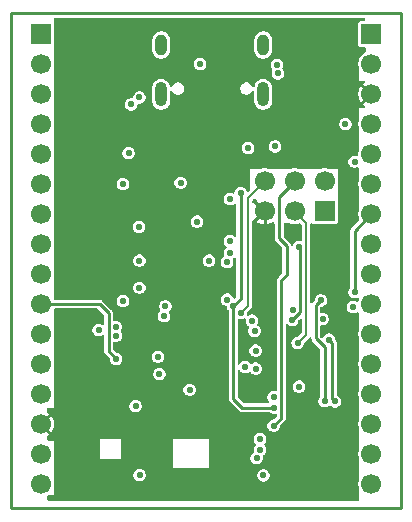
<source format=gbr>
%TF.GenerationSoftware,KiCad,Pcbnew,9.0.4*%
%TF.CreationDate,2025-09-11T17:12:04+01:00*%
%TF.ProjectId,OE PyBoard,4f452050-7942-46f6-9172-642e6b696361,rev?*%
%TF.SameCoordinates,Original*%
%TF.FileFunction,Copper,L2,Inr*%
%TF.FilePolarity,Positive*%
%FSLAX46Y46*%
G04 Gerber Fmt 4.6, Leading zero omitted, Abs format (unit mm)*
G04 Created by KiCad (PCBNEW 9.0.4) date 2025-09-11 17:12:04*
%MOMM*%
%LPD*%
G01*
G04 APERTURE LIST*
%TA.AperFunction,ComponentPad*%
%ADD10C,1.700000*%
%TD*%
%TA.AperFunction,ComponentPad*%
%ADD11R,1.700000X1.700000*%
%TD*%
%TA.AperFunction,HeatsinkPad*%
%ADD12O,1.000000X1.800000*%
%TD*%
%TA.AperFunction,HeatsinkPad*%
%ADD13O,1.000000X2.100000*%
%TD*%
%TA.AperFunction,ViaPad*%
%ADD14C,0.550000*%
%TD*%
%TA.AperFunction,Conductor*%
%ADD15C,0.230000*%
%TD*%
%TA.AperFunction,Conductor*%
%ADD16C,0.220000*%
%TD*%
%TA.AperFunction,Conductor*%
%ADD17C,0.210000*%
%TD*%
%TA.AperFunction,Profile*%
%ADD18C,0.230000*%
%TD*%
G04 APERTURE END LIST*
D10*
%TO.N,/PA0-X1*%
%TO.C,J7*%
X156210000Y-134112000D03*
%TO.N,/PA1-X2*%
X156210000Y-131572000D03*
%TO.N,/PA2-X3*%
X156210000Y-129032000D03*
%TO.N,/PA3-X4*%
X156210000Y-126492000D03*
%TO.N,/PA4-X5*%
X156210000Y-123952000D03*
%TO.N,/PA5-X6*%
X156210000Y-121412000D03*
%TO.N,/PA6-X7*%
X156210000Y-118872000D03*
%TO.N,/PA7-X8*%
X156210000Y-116332000D03*
%TO.N,/PB10-Y9*%
X156210000Y-113792000D03*
%TO.N,/PB11-Y10*%
X156210000Y-111252000D03*
%TO.N,/PB0-Y11*%
X156210000Y-108712000D03*
%TO.N,/PB1-Y12*%
X156210000Y-106172000D03*
%TO.N,/RST-SW*%
X156210000Y-103632000D03*
%TO.N,GND*%
X156210000Y-101092000D03*
%TO.N,+3V3*%
X156210000Y-98552000D03*
D11*
%TO.N,V+*%
X156210000Y-96012000D03*
%TD*%
D10*
%TO.N,V+*%
%TO.C,J6*%
X128270000Y-134112000D03*
%TO.N,+3V3*%
X128270000Y-131572000D03*
%TO.N,GND*%
X128270000Y-129032000D03*
%TO.N,/RST-SW*%
X128270000Y-126492000D03*
%TO.N,/PC5-X12*%
X128270000Y-123952000D03*
%TO.N,/PC4-X11*%
X128270000Y-121412000D03*
%TO.N,/PB7-SDA-X10*%
X128270000Y-118872000D03*
%TO.N,/PB6-SCL-X9*%
X128270000Y-116332000D03*
%TO.N,/PB15-Y8*%
X128270000Y-113792000D03*
%TO.N,/PB14-Y7*%
X128270000Y-111252000D03*
%TO.N,/PB13-Y6*%
X128270000Y-108712000D03*
%TO.N,/PB12-Y5*%
X128270000Y-106172000D03*
%TO.N,/PB9-Y4*%
X128270000Y-103632000D03*
%TO.N,/PB8-Y3*%
X128270000Y-101092000D03*
%TO.N,/PC7-Y2*%
X128270000Y-98552000D03*
D11*
%TO.N,/PC6-Y1*%
X128270000Y-96012000D03*
%TD*%
D10*
%TO.N,/PA15-JTDI*%
%TO.C,J4*%
X147178000Y-108478000D03*
%TO.N,GND*%
X147178000Y-111018000D03*
%TO.N,/PB6-JTDO*%
X149718000Y-108478000D03*
%TO.N,/PB4-NJTRST*%
X149718000Y-111018000D03*
%TO.N,/PA14-JTCK*%
X152258000Y-108478000D03*
D11*
%TO.N,+3V3*%
X152258000Y-111018000D03*
%TD*%
D12*
%TO.N,Net-(J3-SHIELD)*%
%TO.C,J3*%
X138428000Y-96931000D03*
D13*
X138428000Y-101111000D03*
D12*
X147068000Y-96931000D03*
D13*
X147068000Y-101111000D03*
%TD*%
D14*
%TO.N,GND*%
X143408400Y-105714800D03*
X143713200Y-98602800D03*
X129844800Y-97688400D03*
X135939803Y-102980065D03*
X132334000Y-107950000D03*
X154889200Y-130454400D03*
X151384000Y-116179600D03*
%TO.N,VBUS*%
X148219742Y-98615491D03*
%TO.N,/PB12-Y5*%
X144272000Y-109980000D03*
%TO.N,/PB14-Y7*%
X144272000Y-114552000D03*
%TO.N,/PB1-Y12*%
X145796000Y-105664000D03*
X146125000Y-120267000D03*
%TO.N,/PB9-Y4*%
X135678000Y-106085000D03*
X138277600Y-124788025D03*
%TO.N,/PA0-X1*%
X146509481Y-131902481D03*
%TO.N,/PB13-Y6*%
X144272000Y-113536000D03*
%TO.N,/PB7-SDA-X10*%
X134620000Y-123507000D03*
%TO.N,/PB11-Y10*%
X154813000Y-117856000D03*
X149569961Y-119320493D03*
%TO.N,/PA1-X2*%
X146812000Y-131189000D03*
%TO.N,/PA4-X5*%
X146431000Y-124331000D03*
%TO.N,/PC4-X11*%
X146431000Y-122807000D03*
%TO.N,/PC6-Y1*%
X144018000Y-115314000D03*
%TO.N,/PB15-Y8*%
X144018000Y-118489000D03*
%TO.N,/PA2-X3*%
X146812000Y-130300000D03*
%TO.N,/PB0-Y11*%
X154686000Y-119126000D03*
X146335750Y-121124250D03*
%TO.N,/VDDA*%
X148082000Y-105509000D03*
X147955000Y-126746000D03*
%TO.N,/PB6-SCL-X9*%
X133139431Y-121061573D03*
%TO.N,/PC5-X12*%
X145542000Y-124206000D03*
%TO.N,/RST-SW*%
X154809563Y-106807000D03*
X140081000Y-108585000D03*
X140843000Y-126111000D03*
X135199832Y-108712000D03*
%TO.N,/PB8-Y3*%
X136593022Y-101364106D03*
X138176000Y-123317000D03*
%TO.N,/PC7-Y2*%
X141732000Y-98552000D03*
X142494000Y-115187000D03*
%TO.N,/PB10-Y9*%
X149527885Y-120228716D03*
X150114000Y-114046000D03*
%TO.N,GND*%
X131960510Y-121062966D03*
X141732000Y-96647000D03*
X146558000Y-125424534D03*
X139827000Y-123317000D03*
X129794000Y-112014000D03*
X135509000Y-107569000D03*
X149553234Y-112839991D03*
X137718800Y-130911600D03*
X154482800Y-127254000D03*
X147624800Y-134518400D03*
X140081000Y-103124000D03*
X130500000Y-128250000D03*
X150215600Y-102717600D03*
X143499446Y-107500000D03*
X131318000Y-95123000D03*
X129794000Y-104902000D03*
X149225000Y-127000000D03*
X144974638Y-108710383D03*
X145288000Y-120904000D03*
X151250000Y-127075000D03*
X140081000Y-121158000D03*
X146431000Y-118872000D03*
X132969000Y-113030000D03*
X141097000Y-107823000D03*
X153416000Y-112649000D03*
X153162000Y-107061000D03*
X151647912Y-104421942D03*
X143891000Y-111887000D03*
X141478000Y-110871000D03*
X136500000Y-111000000D03*
X129794000Y-117983000D03*
X132069548Y-124458000D03*
X151511000Y-125730000D03*
X146939000Y-103251000D03*
X134315200Y-96875600D03*
X154736800Y-123342400D03*
X153354000Y-117500400D03*
X143002000Y-125730000D03*
X135890000Y-114427000D03*
X138684000Y-107315000D03*
X139077797Y-130940660D03*
X139430000Y-110570799D03*
X135509000Y-116459000D03*
X151028681Y-122263533D03*
X154736800Y-125577600D03*
X130454400Y-134569200D03*
X149250000Y-100000000D03*
X131500000Y-130000000D03*
X135255000Y-119634000D03*
X144510583Y-95235447D03*
X135001000Y-100584000D03*
X130048000Y-125250000D03*
X142798800Y-132559777D03*
X146939000Y-128397000D03*
X134747000Y-125222000D03*
X129921000Y-102362000D03*
X130454400Y-132232400D03*
X145161000Y-132588000D03*
X142240000Y-129284000D03*
X140081000Y-105410000D03*
X138557000Y-125730000D03*
X132334000Y-100584000D03*
X130302000Y-114681000D03*
X137287000Y-128522000D03*
X139903200Y-134366000D03*
X154686000Y-134620000D03*
X141732000Y-120777000D03*
X149453600Y-95402400D03*
%TO.N,+3V3*%
X136271000Y-127506000D03*
X136548720Y-112312720D03*
X150114000Y-125855000D03*
X135199832Y-118616000D03*
X152096000Y-120142000D03*
X136601200Y-133348000D03*
X154025600Y-103632000D03*
X141478000Y-111885000D03*
X136588500Y-117475000D03*
X147079000Y-133361000D03*
X136588500Y-115187000D03*
%TO.N,VBUS*%
X148303066Y-99334043D03*
%TO.N,/PA14-JTCK*%
X144529617Y-119049000D03*
X138780000Y-119049000D03*
X147955000Y-127635000D03*
X145161000Y-109474000D03*
%TO.N,/PB6-JTDO*%
X147955000Y-129159000D03*
%TO.N,/PB4-NJTRST*%
X152643999Y-121869757D03*
X149987000Y-122174000D03*
X153142500Y-127107500D03*
X134620000Y-121537000D03*
%TO.N,/PA15-JTDI*%
X152273000Y-127075000D03*
X145161000Y-119634000D03*
X151943988Y-118547201D03*
X138684000Y-119888000D03*
%TO.N,/PB3-SW1*%
X134570000Y-120788666D03*
X135890000Y-101949106D03*
%TD*%
D15*
%TO.N,GND*%
X147178000Y-112329200D02*
X147218400Y-112369600D01*
X147178000Y-111018000D02*
X147178000Y-112329200D01*
D16*
%TO.N,/PB7-SDA-X10*%
X134620000Y-123507000D02*
X133985000Y-122872000D01*
X133985000Y-119634000D02*
X133221000Y-118870000D01*
X133221000Y-118870000D02*
X128270000Y-118870000D01*
X133985000Y-122872000D02*
X133985000Y-119634000D01*
D15*
%TO.N,/PB11-Y10*%
X154813000Y-112647000D02*
X156210000Y-111250000D01*
X154813000Y-117856000D02*
X154813000Y-112647000D01*
D16*
%TO.N,/PB10-Y9*%
X149527885Y-120228716D02*
X150122601Y-119634000D01*
X150122601Y-119634000D02*
X150122601Y-119596583D01*
X150155961Y-119563223D02*
X150155961Y-114087961D01*
X150155961Y-114087961D02*
X150114000Y-114046000D01*
X150122601Y-119596583D02*
X150155961Y-119563223D01*
D15*
%TO.N,/PA14-JTCK*%
X144526000Y-126873000D02*
X145288000Y-127635000D01*
X144526000Y-119684000D02*
X144526000Y-126873000D01*
X145288000Y-127635000D02*
X147955000Y-127635000D01*
X145161000Y-118417617D02*
X144529617Y-119049000D01*
X145161000Y-109474000D02*
X145161000Y-118417617D01*
X144529617Y-119680383D02*
X144526000Y-119684000D01*
X144529617Y-119049000D02*
X144529617Y-119680383D01*
%TO.N,/PB6-JTDO*%
X148425064Y-113291064D02*
X148425064Y-109770936D01*
X148590000Y-128524000D02*
X148590000Y-116840000D01*
X147955000Y-129159000D02*
X148590000Y-128524000D01*
X148425064Y-109770936D02*
X149718000Y-108478000D01*
X148590000Y-116840000D02*
X149053000Y-116377000D01*
X149053000Y-113919000D02*
X148425064Y-113291064D01*
X149053000Y-116377000D02*
X149053000Y-113919000D01*
D17*
%TO.N,/PB4-NJTRST*%
X150695000Y-111995000D02*
X149718000Y-111018000D01*
X149987000Y-122174000D02*
X150695000Y-121466000D01*
D15*
X152908000Y-122133758D02*
X152908000Y-126873000D01*
D17*
X150695000Y-121466000D02*
X150695000Y-111995000D01*
D15*
X152643999Y-121869757D02*
X152908000Y-122133758D01*
X152908000Y-126873000D02*
X153142500Y-127107500D01*
D17*
%TO.N,/PA15-JTDI*%
X145161000Y-119634000D02*
X145792000Y-119003000D01*
D16*
X151511000Y-118980189D02*
X151943988Y-118547201D01*
X152273000Y-122523000D02*
X151511000Y-121761000D01*
X152273000Y-127075000D02*
X152273000Y-122523000D01*
D17*
X145792000Y-119003000D02*
X145792000Y-109864000D01*
X145792000Y-109864000D02*
X147178000Y-108478000D01*
D16*
X151511000Y-121761000D02*
X151511000Y-118980189D01*
%TD*%
%TA.AperFunction,Conductor*%
%TO.N,GND*%
G36*
X146777901Y-111325007D02*
G01*
X146870993Y-111418099D01*
X146924045Y-111448729D01*
X146492874Y-111879901D01*
X146601474Y-111958802D01*
X146755751Y-112037411D01*
X146920411Y-112090913D01*
X147091428Y-112118000D01*
X147264572Y-112118000D01*
X147435588Y-112090913D01*
X147600248Y-112037411D01*
X147754529Y-111958801D01*
X147807332Y-111920438D01*
X147871400Y-111899621D01*
X147935469Y-111920438D01*
X147961027Y-111946588D01*
X147980400Y-111974578D01*
X147980400Y-112014000D01*
X148007684Y-112014000D01*
X148040191Y-112060967D01*
X148044798Y-112076336D01*
X148054229Y-112089317D01*
X148059564Y-112123000D01*
X148059564Y-113339182D01*
X148084471Y-113432141D01*
X148132589Y-113515483D01*
X148132591Y-113515486D01*
X148655576Y-114038471D01*
X148686158Y-114098493D01*
X148687500Y-114115544D01*
X148687500Y-116180455D01*
X148666683Y-116244524D01*
X148655575Y-116257530D01*
X148365578Y-116547527D01*
X148365577Y-116547526D01*
X148297526Y-116615578D01*
X148249407Y-116698922D01*
X148224500Y-116791881D01*
X148224500Y-126132123D01*
X148203683Y-126196192D01*
X148149183Y-126235788D01*
X148087289Y-126237409D01*
X148024183Y-126220500D01*
X147885817Y-126220500D01*
X147752164Y-126256311D01*
X147632337Y-126325493D01*
X147534493Y-126423337D01*
X147465311Y-126543164D01*
X147429500Y-126676817D01*
X147429500Y-126815182D01*
X147465311Y-126948835D01*
X147534493Y-127068662D01*
X147534495Y-127068665D01*
X147549257Y-127083427D01*
X147579839Y-127143449D01*
X147569301Y-127209985D01*
X147521666Y-127257620D01*
X147472181Y-127269500D01*
X145484545Y-127269500D01*
X145420476Y-127248683D01*
X145407470Y-127237575D01*
X144923425Y-126753530D01*
X144892842Y-126693506D01*
X144891500Y-126676455D01*
X144891500Y-124537095D01*
X144912317Y-124473026D01*
X144966817Y-124433430D01*
X145034183Y-124433430D01*
X145088683Y-124473026D01*
X145094897Y-124482596D01*
X145121492Y-124528661D01*
X145121493Y-124528662D01*
X145121495Y-124528665D01*
X145219335Y-124626505D01*
X145339164Y-124695688D01*
X145472817Y-124731500D01*
X145611183Y-124731500D01*
X145744836Y-124695688D01*
X145864665Y-124626505D01*
X145864665Y-124626504D01*
X145868498Y-124624292D01*
X145934392Y-124610286D01*
X145995933Y-124637686D01*
X146009471Y-124652330D01*
X146010493Y-124653662D01*
X146010495Y-124653665D01*
X146108335Y-124751505D01*
X146228164Y-124820688D01*
X146361817Y-124856500D01*
X146500183Y-124856500D01*
X146633836Y-124820688D01*
X146753665Y-124751505D01*
X146851505Y-124653665D01*
X146920688Y-124533836D01*
X146956500Y-124400183D01*
X146956500Y-124261817D01*
X146920688Y-124128164D01*
X146851505Y-124008335D01*
X146753665Y-123910495D01*
X146753662Y-123910493D01*
X146633835Y-123841311D01*
X146500183Y-123805500D01*
X146361817Y-123805500D01*
X146228163Y-123841312D01*
X146228161Y-123841312D01*
X146104500Y-123912707D01*
X146038606Y-123926713D01*
X145977065Y-123899312D01*
X145963527Y-123884667D01*
X145962507Y-123883338D01*
X145962506Y-123883337D01*
X145962505Y-123883335D01*
X145864665Y-123785495D01*
X145864591Y-123785452D01*
X145744835Y-123716311D01*
X145611183Y-123680500D01*
X145472817Y-123680500D01*
X145339164Y-123716311D01*
X145219337Y-123785493D01*
X145121493Y-123883337D01*
X145094897Y-123929404D01*
X145044834Y-123974480D01*
X144977838Y-123981522D01*
X144919497Y-123947839D01*
X144892097Y-123886298D01*
X144891500Y-123874904D01*
X144891500Y-122737817D01*
X145905500Y-122737817D01*
X145905500Y-122876182D01*
X145941311Y-123009835D01*
X146010493Y-123129662D01*
X146010495Y-123129665D01*
X146108335Y-123227505D01*
X146228164Y-123296688D01*
X146361817Y-123332500D01*
X146500183Y-123332500D01*
X146633836Y-123296688D01*
X146753665Y-123227505D01*
X146851505Y-123129665D01*
X146920688Y-123009836D01*
X146956500Y-122876183D01*
X146956500Y-122737817D01*
X146920688Y-122604164D01*
X146851505Y-122484335D01*
X146753665Y-122386495D01*
X146753662Y-122386493D01*
X146633835Y-122317311D01*
X146500183Y-122281500D01*
X146361817Y-122281500D01*
X146228164Y-122317311D01*
X146108337Y-122386493D01*
X146010493Y-122484337D01*
X145941311Y-122604164D01*
X145905500Y-122737817D01*
X144891500Y-122737817D01*
X144891500Y-120247876D01*
X144912317Y-120183807D01*
X144966817Y-120144211D01*
X145028708Y-120142590D01*
X145091817Y-120159500D01*
X145091819Y-120159500D01*
X145230183Y-120159500D01*
X145363836Y-120123688D01*
X145438233Y-120080734D01*
X145504126Y-120066728D01*
X145565668Y-120094128D01*
X145599351Y-120152468D01*
X145598364Y-120190461D01*
X145600432Y-120190734D01*
X145599500Y-120197813D01*
X145599500Y-120336182D01*
X145635311Y-120469835D01*
X145702281Y-120585830D01*
X145704495Y-120589665D01*
X145802335Y-120687505D01*
X145825492Y-120700874D01*
X145842018Y-120710416D01*
X145887094Y-120760479D01*
X145894136Y-120827475D01*
X145881915Y-120859312D01*
X145846062Y-120921411D01*
X145846062Y-120921413D01*
X145810250Y-121055067D01*
X145810250Y-121193432D01*
X145846061Y-121327085D01*
X145899242Y-121419197D01*
X145915245Y-121446915D01*
X146013085Y-121544755D01*
X146132914Y-121613938D01*
X146266567Y-121649750D01*
X146404933Y-121649750D01*
X146538586Y-121613938D01*
X146658415Y-121544755D01*
X146756255Y-121446915D01*
X146825438Y-121327086D01*
X146861250Y-121193433D01*
X146861250Y-121055067D01*
X146825438Y-120921414D01*
X146756255Y-120801585D01*
X146658415Y-120703745D01*
X146658412Y-120703743D01*
X146658411Y-120703742D01*
X146618730Y-120680832D01*
X146573654Y-120630770D01*
X146566613Y-120563773D01*
X146578835Y-120531936D01*
X146614686Y-120469840D01*
X146614686Y-120469839D01*
X146614688Y-120469836D01*
X146650500Y-120336183D01*
X146650500Y-120197817D01*
X146614688Y-120064164D01*
X146545505Y-119944335D01*
X146447665Y-119846495D01*
X146447662Y-119846493D01*
X146327835Y-119777311D01*
X146194183Y-119741500D01*
X146055817Y-119741500D01*
X145922163Y-119777312D01*
X145922161Y-119777312D01*
X145847765Y-119820265D01*
X145781872Y-119834271D01*
X145720330Y-119806870D01*
X145686648Y-119748530D01*
X145684322Y-119722364D01*
X145684725Y-119709803D01*
X145686500Y-119703183D01*
X145686500Y-119654639D01*
X145686556Y-119652898D01*
X145697424Y-119622778D01*
X145707317Y-119592333D01*
X145709211Y-119590114D01*
X145709422Y-119589532D01*
X145710105Y-119589068D01*
X145718419Y-119579333D01*
X146076471Y-119221282D01*
X146123274Y-119140218D01*
X146147500Y-119049803D01*
X146147500Y-118956197D01*
X146147500Y-111806539D01*
X146168317Y-111742470D01*
X146222817Y-111702874D01*
X146265711Y-111702874D01*
X146266002Y-111699182D01*
X146316096Y-111703124D01*
X146747269Y-111271950D01*
X146777901Y-111325007D01*
G37*
%TD.AperFunction*%
%TA.AperFunction,Conductor*%
G36*
X149272016Y-112025879D02*
G01*
X149295555Y-112037873D01*
X149368708Y-112061642D01*
X149460295Y-112091401D01*
X149460297Y-112091401D01*
X149460299Y-112091402D01*
X149631389Y-112118500D01*
X149631390Y-112118500D01*
X149804610Y-112118500D01*
X149804611Y-112118500D01*
X149975701Y-112091402D01*
X150022069Y-112076336D01*
X150144518Y-112036550D01*
X150144873Y-112037645D01*
X150169611Y-112035692D01*
X150198866Y-112031059D01*
X150202814Y-112033070D01*
X150207235Y-112032722D01*
X150258890Y-112061642D01*
X150307575Y-112110327D01*
X150338158Y-112170351D01*
X150339500Y-112187402D01*
X150339500Y-113420333D01*
X150318683Y-113484402D01*
X150264183Y-113523998D01*
X150202291Y-113525619D01*
X150183185Y-113520500D01*
X150183183Y-113520500D01*
X150044817Y-113520500D01*
X149911164Y-113556311D01*
X149791337Y-113625493D01*
X149693493Y-113723337D01*
X149624311Y-113843164D01*
X149622977Y-113848145D01*
X149586284Y-113904641D01*
X149523392Y-113928780D01*
X149458322Y-113911341D01*
X149415930Y-113858987D01*
X149412406Y-113848139D01*
X149393592Y-113777923D01*
X149393592Y-113777922D01*
X149345473Y-113694578D01*
X149277422Y-113626526D01*
X149277422Y-113626527D01*
X148822489Y-113171594D01*
X148791906Y-113111570D01*
X148790564Y-113094519D01*
X148790564Y-112123000D01*
X148811381Y-112058931D01*
X148865881Y-112019335D01*
X148899564Y-112014000D01*
X149222533Y-112014000D01*
X149272016Y-112025879D01*
G37*
%TD.AperFunction*%
%TA.AperFunction,Conductor*%
G36*
X146421671Y-109990006D02*
G01*
X146447235Y-109994250D01*
X146453121Y-110000225D01*
X146461099Y-110002817D01*
X146476329Y-110023779D01*
X146494514Y-110042237D01*
X146495764Y-110050530D01*
X146500695Y-110057317D01*
X146500695Y-110083230D01*
X146504558Y-110108850D01*
X146500695Y-110116294D01*
X146500695Y-110124683D01*
X146494696Y-110132938D01*
X146492874Y-110156096D01*
X146924047Y-110587270D01*
X146870993Y-110617901D01*
X146777901Y-110710993D01*
X146747269Y-110764047D01*
X146316096Y-110332874D01*
X146275018Y-110336107D01*
X146272752Y-110337241D01*
X146268848Y-110336592D01*
X146266002Y-110336817D01*
X146265946Y-110336111D01*
X146206295Y-110326209D01*
X146159016Y-110278222D01*
X146147500Y-110229459D01*
X146147500Y-110091000D01*
X146168317Y-110026931D01*
X146222817Y-109987335D01*
X146256500Y-109982000D01*
X146397030Y-109982000D01*
X146421671Y-109990006D01*
G37*
%TD.AperFunction*%
%TA.AperFunction,Conductor*%
G36*
X155659992Y-94633817D02*
G01*
X155699588Y-94688317D01*
X155704915Y-94720646D01*
X155705915Y-94801146D01*
X155685895Y-94865468D01*
X155631891Y-94905739D01*
X155596923Y-94911500D01*
X155335326Y-94911500D01*
X155262260Y-94926034D01*
X155179399Y-94981399D01*
X155124034Y-95064260D01*
X155109500Y-95137326D01*
X155109500Y-96886674D01*
X155124034Y-96959740D01*
X155179399Y-97042601D01*
X155262260Y-97097966D01*
X155335326Y-97112500D01*
X155335330Y-97112500D01*
X155626972Y-97112500D01*
X155691041Y-97133317D01*
X155730637Y-97187817D01*
X155735964Y-97220146D01*
X155739298Y-97488560D01*
X155719278Y-97552882D01*
X155679793Y-97587033D01*
X155633211Y-97610768D01*
X155493074Y-97712584D01*
X155370584Y-97835074D01*
X155268765Y-97975216D01*
X155268763Y-97975219D01*
X155265329Y-97981959D01*
X155265284Y-97982048D01*
X155234738Y-98042000D01*
X155194000Y-98042000D01*
X155194000Y-98121953D01*
X155190127Y-98129555D01*
X155186205Y-98141623D01*
X155186203Y-98141629D01*
X155136598Y-98294295D01*
X155109500Y-98465387D01*
X155109500Y-98638612D01*
X155136598Y-98809704D01*
X155188665Y-98969946D01*
X155194000Y-99003629D01*
X155194000Y-99947000D01*
X155194001Y-99947000D01*
X155580215Y-99947000D01*
X155644284Y-99967817D01*
X155683880Y-100022317D01*
X155683880Y-100089683D01*
X155644284Y-100144183D01*
X155636950Y-100148687D01*
X155637120Y-100148963D01*
X155633475Y-100151195D01*
X155524874Y-100230096D01*
X155776481Y-100481703D01*
X155780872Y-100835271D01*
X155779269Y-100838047D01*
X155348096Y-100406874D01*
X155269193Y-100515478D01*
X155190588Y-100669751D01*
X155137086Y-100834411D01*
X155110000Y-101005427D01*
X155110000Y-101178572D01*
X155137086Y-101349588D01*
X155190588Y-101514248D01*
X155269196Y-101668524D01*
X155348096Y-101777124D01*
X155779268Y-101345950D01*
X155787391Y-101360019D01*
X155791457Y-101687317D01*
X155524874Y-101953901D01*
X155636940Y-102035321D01*
X155635716Y-102037005D01*
X155674393Y-102082310D01*
X155679664Y-102149469D01*
X155644453Y-102206900D01*
X155582209Y-102232666D01*
X155573681Y-102233000D01*
X155194000Y-102233000D01*
X155194000Y-102233001D01*
X155194000Y-103180371D01*
X155188665Y-103214054D01*
X155136598Y-103374295D01*
X155109500Y-103545387D01*
X155109500Y-103718612D01*
X155136598Y-103889704D01*
X155188665Y-104049946D01*
X155194000Y-104083629D01*
X155194000Y-105720371D01*
X155188665Y-105754054D01*
X155136598Y-105914295D01*
X155109500Y-106085387D01*
X155109500Y-106201278D01*
X155088683Y-106265347D01*
X155034183Y-106304943D01*
X154972290Y-106306564D01*
X154878747Y-106281500D01*
X154878746Y-106281500D01*
X154740380Y-106281500D01*
X154606727Y-106317311D01*
X154486900Y-106386493D01*
X154389056Y-106484337D01*
X154319874Y-106604164D01*
X154284063Y-106737817D01*
X154284063Y-106876182D01*
X154319874Y-107009835D01*
X154319875Y-107009836D01*
X154389058Y-107129665D01*
X154486898Y-107227505D01*
X154606727Y-107296688D01*
X154740380Y-107332500D01*
X154878746Y-107332500D01*
X155012399Y-107296688D01*
X155030499Y-107286237D01*
X155096393Y-107272231D01*
X155157934Y-107299631D01*
X155191618Y-107357971D01*
X155194000Y-107380634D01*
X155194000Y-108260371D01*
X155188665Y-108294054D01*
X155136598Y-108454295D01*
X155109500Y-108625387D01*
X155109500Y-108798612D01*
X155136598Y-108969704D01*
X155188665Y-109129946D01*
X155194000Y-109163629D01*
X155194000Y-110800371D01*
X155188665Y-110834054D01*
X155136598Y-110994295D01*
X155109500Y-111165387D01*
X155109500Y-111338612D01*
X155136598Y-111509704D01*
X155188665Y-111669946D01*
X155194000Y-111703629D01*
X155194000Y-111703954D01*
X155173183Y-111768023D01*
X155162075Y-111781029D01*
X154588578Y-112354527D01*
X154588577Y-112354526D01*
X154520526Y-112422578D01*
X154472407Y-112505922D01*
X154447500Y-112598881D01*
X154447500Y-117433180D01*
X154426683Y-117497249D01*
X154415576Y-117510253D01*
X154392495Y-117533334D01*
X154323311Y-117653164D01*
X154287500Y-117786817D01*
X154287500Y-117925182D01*
X154323311Y-118058835D01*
X154385376Y-118166335D01*
X154392495Y-118178665D01*
X154490335Y-118276505D01*
X154610164Y-118345688D01*
X154743817Y-118381500D01*
X154882183Y-118381500D01*
X155015836Y-118345688D01*
X155025999Y-118339820D01*
X155053452Y-118333983D01*
X155080119Y-118325216D01*
X155085924Y-118327079D01*
X155091889Y-118325812D01*
X155117533Y-118337227D01*
X155144260Y-118345808D01*
X155147861Y-118350728D01*
X155153432Y-118353208D01*
X155167470Y-118377520D01*
X155184047Y-118400169D01*
X155184057Y-118406246D01*
X155187118Y-118411547D01*
X155184284Y-118467534D01*
X155184182Y-118467849D01*
X155136598Y-118614299D01*
X155136045Y-118617785D01*
X155133665Y-118625201D01*
X155116237Y-118649364D01*
X155100671Y-118674767D01*
X155096744Y-118676393D01*
X155094259Y-118679840D01*
X155065955Y-118689145D01*
X155038432Y-118700546D01*
X155034197Y-118699587D01*
X155030264Y-118700881D01*
X155007224Y-118693484D01*
X154975382Y-118686279D01*
X154888835Y-118636311D01*
X154755183Y-118600500D01*
X154616817Y-118600500D01*
X154483164Y-118636311D01*
X154363337Y-118705493D01*
X154265493Y-118803337D01*
X154196311Y-118923164D01*
X154160500Y-119056817D01*
X154160500Y-119195182D01*
X154196311Y-119328835D01*
X154265493Y-119448662D01*
X154265495Y-119448665D01*
X154363335Y-119546505D01*
X154483164Y-119615688D01*
X154616817Y-119651500D01*
X154755183Y-119651500D01*
X154888836Y-119615688D01*
X155008665Y-119546505D01*
X155008669Y-119546500D01*
X155014330Y-119542158D01*
X155015335Y-119543468D01*
X155067949Y-119516661D01*
X155134485Y-119527199D01*
X155182120Y-119574834D01*
X155194000Y-119624319D01*
X155194000Y-120960371D01*
X155188665Y-120994054D01*
X155136598Y-121154295D01*
X155109500Y-121325387D01*
X155109500Y-121498612D01*
X155136598Y-121669704D01*
X155188665Y-121829946D01*
X155194000Y-121863629D01*
X155194000Y-123500371D01*
X155188665Y-123534054D01*
X155136598Y-123694295D01*
X155109500Y-123865387D01*
X155109500Y-124038612D01*
X155136598Y-124209704D01*
X155188665Y-124369946D01*
X155194000Y-124403629D01*
X155194000Y-126040371D01*
X155188665Y-126074054D01*
X155136598Y-126234295D01*
X155109500Y-126405387D01*
X155109500Y-126578612D01*
X155136598Y-126749704D01*
X155188665Y-126909946D01*
X155194000Y-126943629D01*
X155194000Y-128580371D01*
X155188665Y-128614054D01*
X155136598Y-128774295D01*
X155109500Y-128945387D01*
X155109500Y-129118612D01*
X155136598Y-129289704D01*
X155188665Y-129449946D01*
X155194000Y-129483629D01*
X155194000Y-131120371D01*
X155188665Y-131154054D01*
X155136598Y-131314295D01*
X155109500Y-131485387D01*
X155109500Y-131658612D01*
X155136598Y-131829704D01*
X155188665Y-131989946D01*
X155194000Y-132023629D01*
X155194000Y-133660371D01*
X155188665Y-133694054D01*
X155136598Y-133854295D01*
X155109500Y-134025387D01*
X155109500Y-134198612D01*
X155136598Y-134369704D01*
X155188665Y-134529946D01*
X155194000Y-134563629D01*
X155194000Y-135398000D01*
X155173183Y-135462069D01*
X155118683Y-135501665D01*
X155085000Y-135507000D01*
X128887000Y-135507000D01*
X128822931Y-135486183D01*
X128783335Y-135431683D01*
X128778000Y-135398000D01*
X128778000Y-135155076D01*
X128783936Y-135136803D01*
X128784643Y-135117606D01*
X128793375Y-135107754D01*
X128798817Y-135091007D01*
X128826216Y-135064598D01*
X128831663Y-135060938D01*
X128846788Y-135053232D01*
X128891635Y-135020648D01*
X128893312Y-135019522D01*
X128923869Y-135010821D01*
X128954096Y-135001000D01*
X129359197Y-135001000D01*
X129359198Y-135001000D01*
X129359198Y-134278546D01*
X129360540Y-134261494D01*
X129370500Y-134198611D01*
X129370500Y-134025389D01*
X129360540Y-133962503D01*
X129359198Y-133945452D01*
X129359198Y-133278817D01*
X136075700Y-133278817D01*
X136075700Y-133417182D01*
X136111511Y-133550835D01*
X136174752Y-133660371D01*
X136180695Y-133670665D01*
X136278535Y-133768505D01*
X136398364Y-133837688D01*
X136532017Y-133873500D01*
X136670383Y-133873500D01*
X136804036Y-133837688D01*
X136923865Y-133768505D01*
X137021705Y-133670665D01*
X137090888Y-133550836D01*
X137126700Y-133417183D01*
X137126700Y-133291817D01*
X146553500Y-133291817D01*
X146553500Y-133430182D01*
X146589311Y-133563835D01*
X146658493Y-133683662D01*
X146658495Y-133683665D01*
X146756335Y-133781505D01*
X146876164Y-133850688D01*
X147009817Y-133886500D01*
X147148183Y-133886500D01*
X147281836Y-133850688D01*
X147401665Y-133781505D01*
X147499505Y-133683665D01*
X147568688Y-133563836D01*
X147604500Y-133430183D01*
X147604500Y-133291817D01*
X147568688Y-133158164D01*
X147499505Y-133038335D01*
X147401665Y-132940495D01*
X147401662Y-132940493D01*
X147281835Y-132871311D01*
X147148183Y-132835500D01*
X147009817Y-132835500D01*
X146876164Y-132871311D01*
X146756337Y-132940493D01*
X146658493Y-133038337D01*
X146589311Y-133158164D01*
X146553500Y-133291817D01*
X137126700Y-133291817D01*
X137126700Y-133278817D01*
X137090888Y-133145164D01*
X137021705Y-133025335D01*
X136923865Y-132927495D01*
X136826553Y-132871312D01*
X136804035Y-132858311D01*
X136670383Y-132822500D01*
X136532017Y-132822500D01*
X136398364Y-132858311D01*
X136278537Y-132927493D01*
X136180693Y-133025337D01*
X136111511Y-133145164D01*
X136075700Y-133278817D01*
X129359198Y-133278817D01*
X129359198Y-132713000D01*
X139446000Y-132713000D01*
X139446001Y-132713000D01*
X142493999Y-132713000D01*
X142494000Y-132713000D01*
X142494000Y-131833298D01*
X145983981Y-131833298D01*
X145983981Y-131971663D01*
X146019792Y-132105316D01*
X146019793Y-132105317D01*
X146088976Y-132225146D01*
X146186816Y-132322986D01*
X146306645Y-132392169D01*
X146440298Y-132427981D01*
X146578664Y-132427981D01*
X146712317Y-132392169D01*
X146832146Y-132322986D01*
X146929986Y-132225146D01*
X146999169Y-132105317D01*
X147034981Y-131971664D01*
X147034981Y-131833298D01*
X147018051Y-131770114D01*
X147021576Y-131702845D01*
X147063971Y-131650491D01*
X147068796Y-131647533D01*
X147134665Y-131609505D01*
X147232505Y-131511665D01*
X147301688Y-131391836D01*
X147337500Y-131258183D01*
X147337500Y-131119817D01*
X147301688Y-130986164D01*
X147232505Y-130866335D01*
X147187742Y-130821572D01*
X147157161Y-130761551D01*
X147167699Y-130695015D01*
X147187741Y-130667428D01*
X147232505Y-130622665D01*
X147301688Y-130502836D01*
X147337500Y-130369183D01*
X147337500Y-130230817D01*
X147301688Y-130097164D01*
X147232505Y-129977335D01*
X147134665Y-129879495D01*
X147134662Y-129879493D01*
X147014835Y-129810311D01*
X146881183Y-129774500D01*
X146742817Y-129774500D01*
X146609164Y-129810311D01*
X146489337Y-129879493D01*
X146391493Y-129977337D01*
X146322311Y-130097164D01*
X146286500Y-130230817D01*
X146286500Y-130369182D01*
X146322311Y-130502835D01*
X146322312Y-130502836D01*
X146391495Y-130622665D01*
X146436257Y-130667427D01*
X146466839Y-130727449D01*
X146456301Y-130793985D01*
X146436258Y-130821571D01*
X146402758Y-130855072D01*
X146391493Y-130866337D01*
X146322311Y-130986164D01*
X146286500Y-131119817D01*
X146286500Y-131258183D01*
X146303428Y-131321364D01*
X146299902Y-131388638D01*
X146257506Y-131440990D01*
X146252642Y-131443971D01*
X146186818Y-131481974D01*
X146088974Y-131579818D01*
X146019792Y-131699645D01*
X145983981Y-131833298D01*
X142494000Y-131833298D01*
X142494000Y-130300000D01*
X139446000Y-130300000D01*
X139446000Y-132713000D01*
X129359198Y-132713000D01*
X129359198Y-131951000D01*
X133223000Y-131951000D01*
X133223001Y-131951000D01*
X135000999Y-131951000D01*
X135001000Y-131951000D01*
X135001000Y-130300000D01*
X133223000Y-130300000D01*
X133223000Y-131951000D01*
X129359198Y-131951000D01*
X129359198Y-131738546D01*
X129360540Y-131721494D01*
X129370500Y-131658611D01*
X129370500Y-131485389D01*
X129360540Y-131422503D01*
X129359198Y-131405452D01*
X129359198Y-130429001D01*
X129359198Y-130429000D01*
X128887000Y-130429000D01*
X128870580Y-130423665D01*
X128853317Y-130423665D01*
X128839350Y-130413517D01*
X128822931Y-130408183D01*
X128812783Y-130394216D01*
X128798817Y-130384069D01*
X128793482Y-130367649D01*
X128783335Y-130353683D01*
X128778000Y-130320000D01*
X128778000Y-130074515D01*
X128798817Y-130010446D01*
X128837516Y-129977395D01*
X128846517Y-129972808D01*
X128846527Y-129972802D01*
X128955124Y-129893902D01*
X128955124Y-129893901D01*
X128778000Y-129716776D01*
X128778000Y-129363223D01*
X129131901Y-129717124D01*
X129131902Y-129717124D01*
X129210801Y-129608529D01*
X129289411Y-129454248D01*
X129342913Y-129289588D01*
X129370000Y-129118572D01*
X129370000Y-128945427D01*
X129342913Y-128774411D01*
X129289411Y-128609751D01*
X129210802Y-128455474D01*
X129131901Y-128346874D01*
X128778000Y-128700775D01*
X128778000Y-128347220D01*
X128955124Y-128170096D01*
X128846521Y-128091194D01*
X128837510Y-128086602D01*
X128789878Y-128038965D01*
X128778000Y-127989485D01*
X128778000Y-127744000D01*
X128798817Y-127679931D01*
X128853317Y-127640335D01*
X128887000Y-127635000D01*
X129359197Y-127635000D01*
X129359198Y-127635000D01*
X129359198Y-127436817D01*
X135745500Y-127436817D01*
X135745500Y-127575182D01*
X135781311Y-127708835D01*
X135850493Y-127828662D01*
X135850495Y-127828665D01*
X135948335Y-127926505D01*
X136068164Y-127995688D01*
X136201817Y-128031500D01*
X136340183Y-128031500D01*
X136473836Y-127995688D01*
X136593665Y-127926505D01*
X136691505Y-127828665D01*
X136760688Y-127708836D01*
X136796500Y-127575183D01*
X136796500Y-127436817D01*
X136760688Y-127303164D01*
X136691505Y-127183335D01*
X136593665Y-127085495D01*
X136590080Y-127083425D01*
X136473835Y-127016311D01*
X136340183Y-126980500D01*
X136201817Y-126980500D01*
X136068164Y-127016311D01*
X135948337Y-127085493D01*
X135850493Y-127183337D01*
X135781311Y-127303164D01*
X135745500Y-127436817D01*
X129359198Y-127436817D01*
X129359198Y-126658546D01*
X129360540Y-126641494D01*
X129364590Y-126615924D01*
X129370500Y-126578611D01*
X129370500Y-126405389D01*
X129360540Y-126342503D01*
X129359198Y-126325452D01*
X129359198Y-126041817D01*
X140317500Y-126041817D01*
X140317500Y-126180182D01*
X140353311Y-126313835D01*
X140406170Y-126405389D01*
X140422495Y-126433665D01*
X140520335Y-126531505D01*
X140640164Y-126600688D01*
X140773817Y-126636500D01*
X140912183Y-126636500D01*
X141045836Y-126600688D01*
X141165665Y-126531505D01*
X141263505Y-126433665D01*
X141332688Y-126313836D01*
X141368500Y-126180183D01*
X141368500Y-126041817D01*
X141332688Y-125908164D01*
X141263505Y-125788335D01*
X141165665Y-125690495D01*
X141165662Y-125690493D01*
X141045835Y-125621311D01*
X140912183Y-125585500D01*
X140773817Y-125585500D01*
X140640164Y-125621311D01*
X140520337Y-125690493D01*
X140422493Y-125788337D01*
X140353311Y-125908164D01*
X140317500Y-126041817D01*
X129359198Y-126041817D01*
X129359198Y-124718842D01*
X137752100Y-124718842D01*
X137752100Y-124857207D01*
X137787911Y-124990860D01*
X137787912Y-124990861D01*
X137857095Y-125110690D01*
X137954935Y-125208530D01*
X138074764Y-125277713D01*
X138208417Y-125313525D01*
X138346783Y-125313525D01*
X138480436Y-125277713D01*
X138600265Y-125208530D01*
X138698105Y-125110690D01*
X138767288Y-124990861D01*
X138803100Y-124857208D01*
X138803100Y-124718842D01*
X138767288Y-124585189D01*
X138698105Y-124465360D01*
X138600265Y-124367520D01*
X138600262Y-124367518D01*
X138480435Y-124298336D01*
X138346783Y-124262525D01*
X138208417Y-124262525D01*
X138074764Y-124298336D01*
X137954937Y-124367518D01*
X137857093Y-124465362D01*
X137787911Y-124585189D01*
X137752100Y-124718842D01*
X129359198Y-124718842D01*
X129359198Y-124118546D01*
X129360540Y-124101494D01*
X129370500Y-124038611D01*
X129370500Y-123865389D01*
X129360540Y-123802503D01*
X129359198Y-123785452D01*
X129359198Y-121578546D01*
X129360540Y-121561494D01*
X129363191Y-121544756D01*
X129370500Y-121498611D01*
X129370500Y-121325389D01*
X129360540Y-121262503D01*
X129359198Y-121245452D01*
X129359198Y-119339500D01*
X129380015Y-119275431D01*
X129434515Y-119235835D01*
X129468198Y-119230500D01*
X133026526Y-119230500D01*
X133090595Y-119251317D01*
X133103601Y-119262425D01*
X133592575Y-119751399D01*
X133623158Y-119811423D01*
X133624500Y-119828474D01*
X133624500Y-120546038D01*
X133603683Y-120610107D01*
X133549183Y-120649703D01*
X133481817Y-120649703D01*
X133461000Y-120640435D01*
X133342266Y-120571884D01*
X133208614Y-120536073D01*
X133070248Y-120536073D01*
X132936595Y-120571884D01*
X132816768Y-120641066D01*
X132718924Y-120738910D01*
X132649742Y-120858737D01*
X132613931Y-120992390D01*
X132613931Y-121130755D01*
X132649742Y-121264408D01*
X132716518Y-121380068D01*
X132718926Y-121384238D01*
X132816766Y-121482078D01*
X132936595Y-121551261D01*
X133070248Y-121587073D01*
X133208614Y-121587073D01*
X133342267Y-121551261D01*
X133461002Y-121482709D01*
X133526893Y-121468704D01*
X133588435Y-121496104D01*
X133622118Y-121554444D01*
X133624500Y-121577107D01*
X133624500Y-122919460D01*
X133649067Y-123011148D01*
X133649066Y-123011148D01*
X133690168Y-123082336D01*
X133696528Y-123093352D01*
X134062576Y-123459400D01*
X134093158Y-123519422D01*
X134094500Y-123536473D01*
X134094500Y-123576182D01*
X134130311Y-123709835D01*
X134178921Y-123794030D01*
X134199495Y-123829665D01*
X134297335Y-123927505D01*
X134417164Y-123996688D01*
X134550817Y-124032500D01*
X134689183Y-124032500D01*
X134822836Y-123996688D01*
X134942665Y-123927505D01*
X135040505Y-123829665D01*
X135109688Y-123709836D01*
X135145500Y-123576183D01*
X135145500Y-123437817D01*
X135109688Y-123304164D01*
X135077156Y-123247817D01*
X137650500Y-123247817D01*
X137650500Y-123386182D01*
X137686311Y-123519835D01*
X137755493Y-123639662D01*
X137755495Y-123639665D01*
X137853335Y-123737505D01*
X137973164Y-123806688D01*
X138106817Y-123842500D01*
X138245183Y-123842500D01*
X138378836Y-123806688D01*
X138498665Y-123737505D01*
X138596505Y-123639665D01*
X138665688Y-123519836D01*
X138701500Y-123386183D01*
X138701500Y-123247817D01*
X138665688Y-123114164D01*
X138596505Y-122994335D01*
X138498665Y-122896495D01*
X138498662Y-122896493D01*
X138378835Y-122827311D01*
X138245183Y-122791500D01*
X138106817Y-122791500D01*
X137973164Y-122827311D01*
X137853337Y-122896493D01*
X137755493Y-122994337D01*
X137686311Y-123114164D01*
X137650500Y-123247817D01*
X135077156Y-123247817D01*
X135040505Y-123184335D01*
X134942665Y-123086495D01*
X134942662Y-123086493D01*
X134822835Y-123017311D01*
X134689183Y-122981500D01*
X134649474Y-122981500D01*
X134585405Y-122960683D01*
X134572399Y-122949575D01*
X134377425Y-122754601D01*
X134346842Y-122694577D01*
X134345500Y-122677526D01*
X134345500Y-122149537D01*
X134366317Y-122085468D01*
X134420817Y-122045872D01*
X134482710Y-122044251D01*
X134550817Y-122062500D01*
X134689183Y-122062500D01*
X134822836Y-122026688D01*
X134942665Y-121957505D01*
X135040505Y-121859665D01*
X135109688Y-121739836D01*
X135145500Y-121606183D01*
X135145500Y-121467817D01*
X135109688Y-121334164D01*
X135040505Y-121214335D01*
X135030243Y-121204073D01*
X134999662Y-121144052D01*
X135010200Y-121077516D01*
X135012923Y-121072501D01*
X135059688Y-120991502D01*
X135095500Y-120857849D01*
X135095500Y-120719483D01*
X135059688Y-120585830D01*
X134990505Y-120466001D01*
X134892665Y-120368161D01*
X134852265Y-120344836D01*
X134772835Y-120298977D01*
X134639183Y-120263166D01*
X134500817Y-120263166D01*
X134482709Y-120268018D01*
X134415436Y-120264490D01*
X134363084Y-120222095D01*
X134345500Y-120162731D01*
X134345500Y-119818817D01*
X138158500Y-119818817D01*
X138158500Y-119957182D01*
X138194311Y-120090835D01*
X138251607Y-120190075D01*
X138263495Y-120210665D01*
X138361335Y-120308505D01*
X138481164Y-120377688D01*
X138614817Y-120413500D01*
X138753183Y-120413500D01*
X138886836Y-120377688D01*
X139006665Y-120308505D01*
X139104505Y-120210665D01*
X139173688Y-120090836D01*
X139209500Y-119957183D01*
X139209500Y-119818817D01*
X139173688Y-119685164D01*
X139110573Y-119575846D01*
X139096568Y-119509955D01*
X139123968Y-119448413D01*
X139127877Y-119444292D01*
X139200505Y-119371665D01*
X139269688Y-119251836D01*
X139305500Y-119118183D01*
X139305500Y-118979817D01*
X139269688Y-118846164D01*
X139200505Y-118726335D01*
X139102665Y-118628495D01*
X139082319Y-118616748D01*
X138982835Y-118559311D01*
X138849183Y-118523500D01*
X138710817Y-118523500D01*
X138577164Y-118559311D01*
X138457337Y-118628493D01*
X138359493Y-118726337D01*
X138290311Y-118846164D01*
X138260829Y-118956197D01*
X138254500Y-118979817D01*
X138254500Y-119118183D01*
X138257536Y-119129513D01*
X138290311Y-119251835D01*
X138353425Y-119361152D01*
X138367431Y-119427046D01*
X138340030Y-119488588D01*
X138336103Y-119492726D01*
X138263494Y-119565334D01*
X138194311Y-119685164D01*
X138158500Y-119818817D01*
X134345500Y-119818817D01*
X134345500Y-119586539D01*
X134342364Y-119574834D01*
X134320933Y-119494852D01*
X134320932Y-119494851D01*
X134320933Y-119494851D01*
X134297790Y-119454768D01*
X134273472Y-119412648D01*
X134250500Y-119389676D01*
X134206352Y-119345527D01*
X134206352Y-119345528D01*
X133442352Y-118581528D01*
X133382231Y-118546817D01*
X134674332Y-118546817D01*
X134674332Y-118685183D01*
X134678538Y-118700881D01*
X134710143Y-118818835D01*
X134774031Y-118929492D01*
X134779327Y-118938665D01*
X134877167Y-119036505D01*
X134996996Y-119105688D01*
X135130649Y-119141500D01*
X135269015Y-119141500D01*
X135402668Y-119105688D01*
X135522497Y-119036505D01*
X135620337Y-118938665D01*
X135689520Y-118818836D01*
X135725332Y-118685183D01*
X135725332Y-118546817D01*
X135689520Y-118413164D01*
X135620337Y-118293335D01*
X135522497Y-118195495D01*
X135522494Y-118195493D01*
X135402667Y-118126311D01*
X135269015Y-118090500D01*
X135130649Y-118090500D01*
X134996996Y-118126311D01*
X134877169Y-118195493D01*
X134779325Y-118293337D01*
X134710143Y-118413164D01*
X134681994Y-118518221D01*
X134674332Y-118546817D01*
X133382231Y-118546817D01*
X133360148Y-118534067D01*
X133268461Y-118509500D01*
X129468198Y-118509500D01*
X129404129Y-118488683D01*
X129364533Y-118434183D01*
X129359198Y-118400500D01*
X129359198Y-117405817D01*
X136063000Y-117405817D01*
X136063000Y-117544182D01*
X136098811Y-117677835D01*
X136098812Y-117677836D01*
X136167995Y-117797665D01*
X136265835Y-117895505D01*
X136385664Y-117964688D01*
X136519317Y-118000500D01*
X136657683Y-118000500D01*
X136791336Y-117964688D01*
X136911165Y-117895505D01*
X137009005Y-117797665D01*
X137078188Y-117677836D01*
X137114000Y-117544183D01*
X137114000Y-117405817D01*
X137078188Y-117272164D01*
X137009005Y-117152335D01*
X136911165Y-117054495D01*
X136880073Y-117036544D01*
X136791335Y-116985311D01*
X136657683Y-116949500D01*
X136519317Y-116949500D01*
X136385664Y-116985311D01*
X136265837Y-117054493D01*
X136167993Y-117152337D01*
X136098811Y-117272164D01*
X136063000Y-117405817D01*
X129359198Y-117405817D01*
X129359198Y-116498546D01*
X129360540Y-116481494D01*
X129370500Y-116418611D01*
X129370500Y-116245389D01*
X129360540Y-116182503D01*
X129359198Y-116165452D01*
X129359198Y-115117817D01*
X136063000Y-115117817D01*
X136063000Y-115256182D01*
X136098811Y-115389835D01*
X136158134Y-115492586D01*
X136167995Y-115509665D01*
X136265835Y-115607505D01*
X136385664Y-115676688D01*
X136519317Y-115712500D01*
X136657683Y-115712500D01*
X136791336Y-115676688D01*
X136911165Y-115607505D01*
X137009005Y-115509665D01*
X137078188Y-115389836D01*
X137114000Y-115256183D01*
X137114000Y-115117817D01*
X141968500Y-115117817D01*
X141968500Y-115256182D01*
X142004311Y-115389835D01*
X142063634Y-115492586D01*
X142073495Y-115509665D01*
X142171335Y-115607505D01*
X142291164Y-115676688D01*
X142424817Y-115712500D01*
X142563183Y-115712500D01*
X142696836Y-115676688D01*
X142816665Y-115607505D01*
X142914505Y-115509665D01*
X142983688Y-115389836D01*
X143019500Y-115256183D01*
X143019500Y-115244817D01*
X143492500Y-115244817D01*
X143492500Y-115383183D01*
X143494283Y-115389836D01*
X143528311Y-115516835D01*
X143580660Y-115607506D01*
X143597495Y-115636665D01*
X143695335Y-115734505D01*
X143815164Y-115803688D01*
X143948817Y-115839500D01*
X144087183Y-115839500D01*
X144220836Y-115803688D01*
X144340665Y-115734505D01*
X144438505Y-115636665D01*
X144507688Y-115516836D01*
X144543500Y-115383183D01*
X144543500Y-115244817D01*
X144508812Y-115115358D01*
X144510439Y-115084307D01*
X144510517Y-115053206D01*
X144512176Y-115051161D01*
X144512338Y-115048085D01*
X144550249Y-114998805D01*
X144554764Y-114995541D01*
X144594665Y-114972505D01*
X144615588Y-114951581D01*
X144622651Y-114946477D01*
X144646821Y-114938689D01*
X144669449Y-114927161D01*
X144678270Y-114928558D01*
X144686772Y-114925819D01*
X144710903Y-114933726D01*
X144735985Y-114937699D01*
X144742300Y-114944014D01*
X144750788Y-114946796D01*
X144765662Y-114967376D01*
X144783620Y-114985334D01*
X144786096Y-114995649D01*
X144790249Y-115001395D01*
X144790220Y-115012827D01*
X144795500Y-115034819D01*
X144795500Y-118221071D01*
X144774683Y-118285140D01*
X144763574Y-118298146D01*
X144697791Y-118363928D01*
X144637768Y-118394511D01*
X144571231Y-118383972D01*
X144523597Y-118336337D01*
X144515433Y-118315071D01*
X144507688Y-118286164D01*
X144502111Y-118276505D01*
X144438506Y-118166337D01*
X144438505Y-118166335D01*
X144340665Y-118068495D01*
X144340662Y-118068493D01*
X144220835Y-117999311D01*
X144087183Y-117963500D01*
X143948817Y-117963500D01*
X143815164Y-117999311D01*
X143695337Y-118068493D01*
X143597493Y-118166337D01*
X143528311Y-118286164D01*
X143497676Y-118400500D01*
X143492500Y-118419817D01*
X143492500Y-118558183D01*
X143492803Y-118559312D01*
X143528311Y-118691835D01*
X143592687Y-118803337D01*
X143597495Y-118811665D01*
X143695335Y-118909505D01*
X143815164Y-118978688D01*
X143923328Y-119007670D01*
X143979826Y-119044360D01*
X144003968Y-119107251D01*
X144004117Y-119112956D01*
X144004117Y-119118183D01*
X144007153Y-119129513D01*
X144039928Y-119251835D01*
X144094021Y-119345527D01*
X144109112Y-119371665D01*
X144132193Y-119394746D01*
X144136184Y-119402580D01*
X144143300Y-119407750D01*
X144151187Y-119432025D01*
X144162775Y-119454768D01*
X144164117Y-119471819D01*
X144164117Y-119608032D01*
X144161383Y-119628791D01*
X144161432Y-119628798D01*
X144160500Y-119635877D01*
X144160500Y-119635881D01*
X144160500Y-126824881D01*
X144160500Y-126921119D01*
X144166531Y-126943629D01*
X144185407Y-127014077D01*
X144226641Y-127085495D01*
X144233527Y-127097422D01*
X144995527Y-127859422D01*
X144995526Y-127859422D01*
X145062610Y-127926505D01*
X145063578Y-127927473D01*
X145146922Y-127975592D01*
X145239881Y-128000500D01*
X147532181Y-128000500D01*
X147596250Y-128021317D01*
X147609249Y-128032419D01*
X147632335Y-128055505D01*
X147752164Y-128124688D01*
X147885817Y-128160500D01*
X148024181Y-128160500D01*
X148024183Y-128160500D01*
X148087291Y-128143590D01*
X148118224Y-128145211D01*
X148149183Y-128145211D01*
X148151589Y-128146959D01*
X148154561Y-128147115D01*
X148178626Y-128166602D01*
X148203683Y-128184807D01*
X148204602Y-128187637D01*
X148206915Y-128189510D01*
X148224500Y-128248876D01*
X148224500Y-128327455D01*
X148203683Y-128391524D01*
X148192575Y-128404530D01*
X147995530Y-128601575D01*
X147935506Y-128632158D01*
X147918455Y-128633500D01*
X147885817Y-128633500D01*
X147752164Y-128669311D01*
X147632337Y-128738493D01*
X147534493Y-128836337D01*
X147465311Y-128956164D01*
X147429500Y-129089817D01*
X147429500Y-129228182D01*
X147465311Y-129361835D01*
X147523168Y-129462046D01*
X147534495Y-129481665D01*
X147632335Y-129579505D01*
X147752164Y-129648688D01*
X147885817Y-129684500D01*
X148024183Y-129684500D01*
X148157836Y-129648688D01*
X148277665Y-129579505D01*
X148375505Y-129481665D01*
X148444688Y-129361836D01*
X148480500Y-129228183D01*
X148480500Y-129195544D01*
X148501317Y-129131475D01*
X148512419Y-129118475D01*
X148882473Y-128748422D01*
X148888204Y-128738495D01*
X148930592Y-128665078D01*
X148955500Y-128572119D01*
X148955500Y-125785817D01*
X149588500Y-125785817D01*
X149588500Y-125924182D01*
X149624311Y-126057835D01*
X149624312Y-126057836D01*
X149693495Y-126177665D01*
X149791335Y-126275505D01*
X149911164Y-126344688D01*
X150044817Y-126380500D01*
X150183183Y-126380500D01*
X150316836Y-126344688D01*
X150436665Y-126275505D01*
X150534505Y-126177665D01*
X150603688Y-126057836D01*
X150639500Y-125924183D01*
X150639500Y-125785817D01*
X150603688Y-125652164D01*
X150534505Y-125532335D01*
X150436665Y-125434495D01*
X150436662Y-125434493D01*
X150316835Y-125365311D01*
X150183183Y-125329500D01*
X150044817Y-125329500D01*
X149911164Y-125365311D01*
X149791337Y-125434493D01*
X149693493Y-125532337D01*
X149624311Y-125652164D01*
X149588500Y-125785817D01*
X148955500Y-125785817D01*
X148955500Y-120662649D01*
X148976317Y-120598581D01*
X149030817Y-120558985D01*
X149098183Y-120558985D01*
X149141572Y-120585573D01*
X149205220Y-120649221D01*
X149325049Y-120718404D01*
X149458702Y-120754216D01*
X149597068Y-120754216D01*
X149730721Y-120718404D01*
X149850550Y-120649221D01*
X149948390Y-120551381D01*
X150017573Y-120431552D01*
X150053385Y-120297899D01*
X150053385Y-120258190D01*
X150056102Y-120249825D01*
X150054727Y-120241139D01*
X150066314Y-120218396D01*
X150074202Y-120194121D01*
X150085310Y-120181115D01*
X150153425Y-120113000D01*
X150213449Y-120082417D01*
X150279985Y-120092955D01*
X150327620Y-120140590D01*
X150339500Y-120190075D01*
X150339500Y-121273597D01*
X150318683Y-121337666D01*
X150307575Y-121350672D01*
X150041672Y-121616575D01*
X149981648Y-121647158D01*
X149964597Y-121648500D01*
X149917817Y-121648500D01*
X149784164Y-121684311D01*
X149664337Y-121753493D01*
X149566493Y-121851337D01*
X149497311Y-121971164D01*
X149466639Y-122085639D01*
X149461500Y-122104817D01*
X149461500Y-122243183D01*
X149471095Y-122278994D01*
X149497311Y-122376835D01*
X149559376Y-122484335D01*
X149566495Y-122496665D01*
X149664335Y-122594505D01*
X149784164Y-122663688D01*
X149917817Y-122699500D01*
X150056183Y-122699500D01*
X150189836Y-122663688D01*
X150309665Y-122594505D01*
X150407505Y-122496665D01*
X150476688Y-122376836D01*
X150512500Y-122243183D01*
X150512500Y-122196402D01*
X150533317Y-122132333D01*
X150544419Y-122119333D01*
X150964427Y-121699325D01*
X151024449Y-121668744D01*
X151090985Y-121679282D01*
X151138620Y-121726917D01*
X151150500Y-121776402D01*
X151150500Y-121808461D01*
X151163955Y-121858675D01*
X151175067Y-121900148D01*
X151175066Y-121900148D01*
X151208182Y-121957505D01*
X151222528Y-121982352D01*
X151880576Y-122640400D01*
X151911158Y-122700422D01*
X151912500Y-122717473D01*
X151912500Y-126647180D01*
X151891683Y-126711249D01*
X151880576Y-126724253D01*
X151852495Y-126752334D01*
X151783311Y-126872164D01*
X151747500Y-127005817D01*
X151747500Y-127144182D01*
X151783311Y-127277835D01*
X151814245Y-127331414D01*
X151852495Y-127397665D01*
X151950335Y-127495505D01*
X152070164Y-127564688D01*
X152203817Y-127600500D01*
X152342183Y-127600500D01*
X152475836Y-127564688D01*
X152595665Y-127495505D01*
X152614425Y-127476744D01*
X152674445Y-127446161D01*
X152740982Y-127456698D01*
X152768573Y-127476744D01*
X152819834Y-127528004D01*
X152819835Y-127528005D01*
X152939664Y-127597188D01*
X153073317Y-127633000D01*
X153211683Y-127633000D01*
X153345336Y-127597188D01*
X153465165Y-127528005D01*
X153563005Y-127430165D01*
X153632188Y-127310336D01*
X153668000Y-127176683D01*
X153668000Y-127038317D01*
X153632188Y-126904664D01*
X153563005Y-126784835D01*
X153465165Y-126686995D01*
X153345336Y-126617812D01*
X153345335Y-126617811D01*
X153345332Y-126617810D01*
X153340780Y-126615924D01*
X153289558Y-126572170D01*
X153273500Y-126515224D01*
X153273500Y-122085639D01*
X153248592Y-121992680D01*
X153228284Y-121957506D01*
X153200473Y-121909336D01*
X153200472Y-121909335D01*
X153196126Y-121903671D01*
X153197509Y-121902609D01*
X153170839Y-121850250D01*
X153169499Y-121833212D01*
X153169499Y-121800574D01*
X153133687Y-121666921D01*
X153087587Y-121587073D01*
X153064504Y-121547092D01*
X152966664Y-121449252D01*
X152966661Y-121449250D01*
X152846834Y-121380068D01*
X152713182Y-121344257D01*
X152574816Y-121344257D01*
X152441163Y-121380068D01*
X152321336Y-121449250D01*
X152223492Y-121547094D01*
X152154310Y-121666922D01*
X152151577Y-121673521D01*
X152149487Y-121672655D01*
X152148739Y-121673806D01*
X152146918Y-121685309D01*
X152130802Y-121701424D01*
X152118390Y-121720536D01*
X152107518Y-121724708D01*
X152099283Y-121732944D01*
X152076773Y-121736509D01*
X152055498Y-121744675D01*
X152044248Y-121741660D01*
X152032747Y-121743482D01*
X152012442Y-121733136D01*
X151990428Y-121727237D01*
X151972723Y-121712899D01*
X151903425Y-121643601D01*
X151872842Y-121583577D01*
X151871500Y-121566526D01*
X151871500Y-120767934D01*
X151892317Y-120703865D01*
X151946817Y-120664269D01*
X152008713Y-120662649D01*
X152012742Y-120663728D01*
X152026816Y-120667500D01*
X152026817Y-120667500D01*
X152165183Y-120667500D01*
X152298836Y-120631688D01*
X152418665Y-120562505D01*
X152516505Y-120464665D01*
X152585688Y-120344836D01*
X152621500Y-120211183D01*
X152621500Y-120072817D01*
X152585688Y-119939164D01*
X152516505Y-119819335D01*
X152418665Y-119721495D01*
X152418662Y-119721493D01*
X152298835Y-119652311D01*
X152165183Y-119616500D01*
X152026817Y-119616500D01*
X152008709Y-119621352D01*
X151941436Y-119617824D01*
X151889084Y-119575429D01*
X151871500Y-119516065D01*
X151871500Y-119181701D01*
X151892317Y-119117632D01*
X151946817Y-119078036D01*
X151980500Y-119072701D01*
X152013171Y-119072701D01*
X152146824Y-119036889D01*
X152266653Y-118967706D01*
X152364493Y-118869866D01*
X152433676Y-118750037D01*
X152469488Y-118616384D01*
X152469488Y-118478018D01*
X152433676Y-118344365D01*
X152364493Y-118224536D01*
X152266653Y-118126696D01*
X152265988Y-118126312D01*
X152146823Y-118057512D01*
X152013171Y-118021701D01*
X151874805Y-118021701D01*
X151741152Y-118057512D01*
X151621325Y-118126694D01*
X151523481Y-118224538D01*
X151454299Y-118344365D01*
X151418488Y-118478018D01*
X151418488Y-118517727D01*
X151415770Y-118526091D01*
X151417146Y-118534778D01*
X151405558Y-118557520D01*
X151397671Y-118581796D01*
X151386563Y-118594802D01*
X151236575Y-118744790D01*
X151176551Y-118775373D01*
X151110015Y-118764835D01*
X151062380Y-118717200D01*
X151050500Y-118667715D01*
X151050500Y-112134325D01*
X151071317Y-112070256D01*
X151125817Y-112030660D01*
X151193183Y-112030660D01*
X151220057Y-112043695D01*
X151227398Y-112048600D01*
X151227399Y-112048601D01*
X151246917Y-112061642D01*
X151310258Y-112103965D01*
X151310260Y-112103966D01*
X151383326Y-112118500D01*
X151383330Y-112118500D01*
X153132670Y-112118500D01*
X153132674Y-112118500D01*
X153205740Y-112103966D01*
X153288601Y-112048601D01*
X153343966Y-111965740D01*
X153358500Y-111892674D01*
X153358500Y-111862650D01*
X153379317Y-111798581D01*
X153390425Y-111785575D01*
X153416000Y-111760000D01*
X153416000Y-107442001D01*
X153416000Y-107442000D01*
X153415999Y-107442000D01*
X152648076Y-107442000D01*
X152614393Y-107436665D01*
X152515704Y-107404598D01*
X152515705Y-107404598D01*
X152344612Y-107377500D01*
X152344611Y-107377500D01*
X152171389Y-107377500D01*
X152171387Y-107377500D01*
X152000295Y-107404598D01*
X151901607Y-107436665D01*
X151867924Y-107442000D01*
X150108076Y-107442000D01*
X150074393Y-107436665D01*
X149975704Y-107404598D01*
X149975705Y-107404598D01*
X149804612Y-107377500D01*
X149804611Y-107377500D01*
X149631389Y-107377500D01*
X149631387Y-107377500D01*
X149460295Y-107404598D01*
X149361607Y-107436665D01*
X149327924Y-107442000D01*
X147568076Y-107442000D01*
X147534393Y-107436665D01*
X147435704Y-107404598D01*
X147435705Y-107404598D01*
X147264612Y-107377500D01*
X147264611Y-107377500D01*
X147091389Y-107377500D01*
X147091387Y-107377500D01*
X146920295Y-107404598D01*
X146821607Y-107436665D01*
X146787924Y-107442000D01*
X145923000Y-107442000D01*
X145923000Y-107442001D01*
X145923000Y-109185097D01*
X145920282Y-109193461D01*
X145921658Y-109202149D01*
X145910070Y-109224889D01*
X145902183Y-109249166D01*
X145891074Y-109262172D01*
X145833084Y-109320161D01*
X145773060Y-109350744D01*
X145706524Y-109340205D01*
X145658890Y-109292570D01*
X145650725Y-109271301D01*
X145650688Y-109271165D01*
X145650688Y-109271164D01*
X145581505Y-109151335D01*
X145483665Y-109053495D01*
X145483662Y-109053493D01*
X145363835Y-108984311D01*
X145230183Y-108948500D01*
X145091817Y-108948500D01*
X144958164Y-108984311D01*
X144838337Y-109053493D01*
X144740493Y-109151337D01*
X144671311Y-109271164D01*
X144635499Y-109404818D01*
X144634982Y-109408749D01*
X144633760Y-109411309D01*
X144633651Y-109411718D01*
X144633575Y-109411697D01*
X144605977Y-109469551D01*
X144546774Y-109501693D01*
X144479985Y-109492897D01*
X144475944Y-109490770D01*
X144474836Y-109490312D01*
X144341183Y-109454500D01*
X144202817Y-109454500D01*
X144069164Y-109490311D01*
X143949337Y-109559493D01*
X143851493Y-109657337D01*
X143782311Y-109777164D01*
X143767417Y-109832752D01*
X143746500Y-109910817D01*
X143746500Y-110049183D01*
X143755623Y-110083230D01*
X143782311Y-110182835D01*
X143837383Y-110278222D01*
X143851495Y-110302665D01*
X143949335Y-110400505D01*
X144069164Y-110469688D01*
X144202817Y-110505500D01*
X144341183Y-110505500D01*
X144474836Y-110469688D01*
X144594665Y-110400505D01*
X144609427Y-110385742D01*
X144669449Y-110355161D01*
X144735985Y-110365699D01*
X144783620Y-110413334D01*
X144795500Y-110462819D01*
X144795500Y-113053181D01*
X144774683Y-113117250D01*
X144720183Y-113156846D01*
X144652817Y-113156846D01*
X144609427Y-113130257D01*
X144594665Y-113115495D01*
X144587867Y-113111570D01*
X144474835Y-113046311D01*
X144341183Y-113010500D01*
X144202817Y-113010500D01*
X144069164Y-113046311D01*
X143949337Y-113115493D01*
X143851493Y-113213337D01*
X143782311Y-113333164D01*
X143762973Y-113405338D01*
X143746500Y-113466817D01*
X143746500Y-113605183D01*
X143756095Y-113640994D01*
X143782311Y-113738835D01*
X143845418Y-113848139D01*
X143851495Y-113858665D01*
X143949335Y-113956505D01*
X143949337Y-113956506D01*
X143949340Y-113956509D01*
X143950669Y-113957529D01*
X143951347Y-113958516D01*
X143954387Y-113961556D01*
X143953823Y-113962119D01*
X143988822Y-114013050D01*
X143987053Y-114080392D01*
X143953928Y-114125985D01*
X143954387Y-114126444D01*
X143951489Y-114129341D01*
X143950669Y-114130471D01*
X143949340Y-114131490D01*
X143851493Y-114229337D01*
X143782311Y-114349164D01*
X143746500Y-114482817D01*
X143746500Y-114621183D01*
X143781187Y-114750642D01*
X143777661Y-114817915D01*
X143735266Y-114870268D01*
X143730402Y-114873248D01*
X143695338Y-114893492D01*
X143597493Y-114991337D01*
X143528311Y-115111164D01*
X143492500Y-115244817D01*
X143019500Y-115244817D01*
X143019500Y-115117817D01*
X142983688Y-114984164D01*
X142914505Y-114864335D01*
X142816665Y-114766495D01*
X142789207Y-114750642D01*
X142696835Y-114697311D01*
X142563183Y-114661500D01*
X142424817Y-114661500D01*
X142291164Y-114697311D01*
X142171337Y-114766493D01*
X142073493Y-114864337D01*
X142004311Y-114984164D01*
X141968500Y-115117817D01*
X137114000Y-115117817D01*
X137078188Y-114984164D01*
X137009005Y-114864335D01*
X136911165Y-114766495D01*
X136883707Y-114750642D01*
X136791335Y-114697311D01*
X136657683Y-114661500D01*
X136519317Y-114661500D01*
X136385664Y-114697311D01*
X136265837Y-114766493D01*
X136167993Y-114864337D01*
X136098811Y-114984164D01*
X136063000Y-115117817D01*
X129359198Y-115117817D01*
X129359198Y-113958546D01*
X129360540Y-113941494D01*
X129362554Y-113928780D01*
X129370500Y-113878611D01*
X129370500Y-113705389D01*
X129360540Y-113642503D01*
X129359198Y-113625452D01*
X129359198Y-112243537D01*
X136023220Y-112243537D01*
X136023220Y-112381903D01*
X136032815Y-112417714D01*
X136059031Y-112515555D01*
X136059032Y-112515556D01*
X136128215Y-112635385D01*
X136226055Y-112733225D01*
X136345884Y-112802408D01*
X136479537Y-112838220D01*
X136617903Y-112838220D01*
X136751556Y-112802408D01*
X136871385Y-112733225D01*
X136969225Y-112635385D01*
X137038408Y-112515556D01*
X137074220Y-112381903D01*
X137074220Y-112243537D01*
X137038408Y-112109884D01*
X136969225Y-111990055D01*
X136871385Y-111892215D01*
X136871382Y-111892213D01*
X136751555Y-111823031D01*
X136724631Y-111815817D01*
X140952500Y-111815817D01*
X140952500Y-111954183D01*
X140955597Y-111965740D01*
X140988311Y-112087835D01*
X141035952Y-112170351D01*
X141057495Y-112207665D01*
X141155335Y-112305505D01*
X141275164Y-112374688D01*
X141408817Y-112410500D01*
X141547183Y-112410500D01*
X141680836Y-112374688D01*
X141800665Y-112305505D01*
X141898505Y-112207665D01*
X141967688Y-112087836D01*
X142003500Y-111954183D01*
X142003500Y-111815817D01*
X141967688Y-111682164D01*
X141898505Y-111562335D01*
X141800665Y-111464495D01*
X141721079Y-111418546D01*
X141680835Y-111395311D01*
X141547183Y-111359500D01*
X141408817Y-111359500D01*
X141275164Y-111395311D01*
X141155337Y-111464493D01*
X141057493Y-111562337D01*
X140988311Y-111682164D01*
X140967456Y-111760000D01*
X140952500Y-111815817D01*
X136724631Y-111815817D01*
X136617903Y-111787220D01*
X136479537Y-111787220D01*
X136345884Y-111823031D01*
X136226057Y-111892213D01*
X136128213Y-111990057D01*
X136059031Y-112109884D01*
X136032832Y-112207665D01*
X136023220Y-112243537D01*
X129359198Y-112243537D01*
X129359198Y-111418546D01*
X129360540Y-111401494D01*
X129361519Y-111395312D01*
X129370500Y-111338611D01*
X129370500Y-111165389D01*
X129360540Y-111102503D01*
X129359198Y-111085452D01*
X129359198Y-108878546D01*
X129360540Y-108861494D01*
X129370500Y-108798611D01*
X129370500Y-108642817D01*
X134674332Y-108642817D01*
X134674332Y-108781183D01*
X134676115Y-108787836D01*
X134710143Y-108914835D01*
X134762492Y-109005506D01*
X134779327Y-109034665D01*
X134877167Y-109132505D01*
X134996996Y-109201688D01*
X135130649Y-109237500D01*
X135269015Y-109237500D01*
X135402668Y-109201688D01*
X135522497Y-109132505D01*
X135620337Y-109034665D01*
X135689520Y-108914836D01*
X135725332Y-108781183D01*
X135725332Y-108642817D01*
X135702874Y-108559001D01*
X135696948Y-108536884D01*
X135693959Y-108525732D01*
X135691303Y-108515817D01*
X139555500Y-108515817D01*
X139555500Y-108654182D01*
X139591311Y-108787835D01*
X139591312Y-108787836D01*
X139660495Y-108907665D01*
X139758335Y-109005505D01*
X139878164Y-109074688D01*
X140011817Y-109110500D01*
X140150183Y-109110500D01*
X140283836Y-109074688D01*
X140403665Y-109005505D01*
X140501505Y-108907665D01*
X140570688Y-108787836D01*
X140606500Y-108654183D01*
X140606500Y-108515817D01*
X140570688Y-108382164D01*
X140501505Y-108262335D01*
X140403665Y-108164495D01*
X140403662Y-108164493D01*
X140283835Y-108095311D01*
X140150183Y-108059500D01*
X140011817Y-108059500D01*
X139878164Y-108095311D01*
X139758337Y-108164493D01*
X139660493Y-108262337D01*
X139591311Y-108382164D01*
X139555500Y-108515817D01*
X135691303Y-108515817D01*
X135689520Y-108509164D01*
X135620337Y-108389335D01*
X135522497Y-108291495D01*
X135471994Y-108262337D01*
X135402667Y-108222311D01*
X135269015Y-108186500D01*
X135130649Y-108186500D01*
X134996996Y-108222311D01*
X134877169Y-108291493D01*
X134779325Y-108389337D01*
X134710143Y-108509164D01*
X134696790Y-108559001D01*
X134674332Y-108642817D01*
X129370500Y-108642817D01*
X129370500Y-108625389D01*
X129360261Y-108560743D01*
X129360043Y-108559001D01*
X129360199Y-108558182D01*
X129359198Y-108545452D01*
X129359198Y-106338546D01*
X129360540Y-106321494D01*
X129370500Y-106258611D01*
X129370500Y-106085389D01*
X129360538Y-106022495D01*
X129360013Y-106015817D01*
X135152500Y-106015817D01*
X135152500Y-106154182D01*
X135188311Y-106287835D01*
X135257493Y-106407662D01*
X135257495Y-106407665D01*
X135355335Y-106505505D01*
X135475164Y-106574688D01*
X135608817Y-106610500D01*
X135747183Y-106610500D01*
X135880836Y-106574688D01*
X136000665Y-106505505D01*
X136098505Y-106407665D01*
X136167688Y-106287836D01*
X136203500Y-106154183D01*
X136203500Y-106015817D01*
X136167688Y-105882164D01*
X136098505Y-105762335D01*
X136000665Y-105664495D01*
X136000662Y-105664493D01*
X135880835Y-105595311D01*
X135878991Y-105594817D01*
X145270500Y-105594817D01*
X145270500Y-105733182D01*
X145306311Y-105866835D01*
X145342494Y-105929506D01*
X145375495Y-105986665D01*
X145473335Y-106084505D01*
X145593164Y-106153688D01*
X145726817Y-106189500D01*
X145865183Y-106189500D01*
X145998836Y-106153688D01*
X146118665Y-106084505D01*
X146216505Y-105986665D01*
X146285688Y-105866836D01*
X146321500Y-105733183D01*
X146321500Y-105594817D01*
X146285688Y-105461164D01*
X146273363Y-105439817D01*
X147556500Y-105439817D01*
X147556500Y-105578183D01*
X147561090Y-105595312D01*
X147592311Y-105711835D01*
X147661493Y-105831662D01*
X147661495Y-105831665D01*
X147759335Y-105929505D01*
X147879164Y-105998688D01*
X148012817Y-106034500D01*
X148151183Y-106034500D01*
X148284836Y-105998688D01*
X148404665Y-105929505D01*
X148502505Y-105831665D01*
X148571688Y-105711836D01*
X148607500Y-105578183D01*
X148607500Y-105439817D01*
X148571688Y-105306164D01*
X148502505Y-105186335D01*
X148404665Y-105088495D01*
X148404662Y-105088493D01*
X148284835Y-105019311D01*
X148151183Y-104983500D01*
X148012817Y-104983500D01*
X147879164Y-105019311D01*
X147759337Y-105088493D01*
X147661493Y-105186337D01*
X147592311Y-105306164D01*
X147582887Y-105341337D01*
X147556500Y-105439817D01*
X146273363Y-105439817D01*
X146216505Y-105341335D01*
X146118665Y-105243495D01*
X146118662Y-105243493D01*
X145998835Y-105174311D01*
X145865183Y-105138500D01*
X145726817Y-105138500D01*
X145593164Y-105174311D01*
X145473337Y-105243493D01*
X145375493Y-105341337D01*
X145306311Y-105461164D01*
X145270500Y-105594817D01*
X135878991Y-105594817D01*
X135747183Y-105559500D01*
X135608817Y-105559500D01*
X135475164Y-105595311D01*
X135355337Y-105664493D01*
X135257493Y-105762337D01*
X135188311Y-105882164D01*
X135152500Y-106015817D01*
X129360013Y-106015817D01*
X129359198Y-106005452D01*
X129359198Y-103798546D01*
X129360540Y-103781494D01*
X129370500Y-103718611D01*
X129370500Y-103562817D01*
X153500100Y-103562817D01*
X153500100Y-103701182D01*
X153535911Y-103834835D01*
X153535912Y-103834836D01*
X153605095Y-103954665D01*
X153702935Y-104052505D01*
X153822764Y-104121688D01*
X153956417Y-104157500D01*
X154094783Y-104157500D01*
X154228436Y-104121688D01*
X154348265Y-104052505D01*
X154446105Y-103954665D01*
X154515288Y-103834836D01*
X154551100Y-103701183D01*
X154551100Y-103562817D01*
X154515288Y-103429164D01*
X154446105Y-103309335D01*
X154348265Y-103211495D01*
X154331738Y-103201953D01*
X154228435Y-103142311D01*
X154094783Y-103106500D01*
X153956417Y-103106500D01*
X153822764Y-103142311D01*
X153702937Y-103211493D01*
X153605093Y-103309337D01*
X153535911Y-103429164D01*
X153500100Y-103562817D01*
X129370500Y-103562817D01*
X129370500Y-103545389D01*
X129360261Y-103480743D01*
X129360043Y-103479001D01*
X129360199Y-103478182D01*
X129359198Y-103465452D01*
X129359198Y-101879923D01*
X135364500Y-101879923D01*
X135364500Y-102018288D01*
X135400311Y-102151941D01*
X135469493Y-102271768D01*
X135469495Y-102271771D01*
X135567335Y-102369611D01*
X135687164Y-102438794D01*
X135820817Y-102474606D01*
X135959183Y-102474606D01*
X136092836Y-102438794D01*
X136212665Y-102369611D01*
X136310505Y-102271771D01*
X136379688Y-102151942D01*
X136415500Y-102018289D01*
X136415500Y-101998606D01*
X136436317Y-101934537D01*
X136490817Y-101894941D01*
X136524500Y-101889606D01*
X136662205Y-101889606D01*
X136795858Y-101853794D01*
X136915687Y-101784611D01*
X137013527Y-101686771D01*
X137082710Y-101566942D01*
X137118522Y-101433289D01*
X137118522Y-101294923D01*
X137082710Y-101161270D01*
X137013527Y-101041441D01*
X136915687Y-100943601D01*
X136915684Y-100943599D01*
X136795857Y-100874417D01*
X136662205Y-100838606D01*
X136523839Y-100838606D01*
X136390186Y-100874417D01*
X136270359Y-100943599D01*
X136172515Y-101041443D01*
X136103333Y-101161270D01*
X136067522Y-101294923D01*
X136067522Y-101314606D01*
X136046705Y-101378675D01*
X135992205Y-101418271D01*
X135958522Y-101423606D01*
X135820817Y-101423606D01*
X135687164Y-101459417D01*
X135567337Y-101528599D01*
X135469493Y-101626443D01*
X135400311Y-101746270D01*
X135364500Y-101879923D01*
X129359198Y-101879923D01*
X129359198Y-101258546D01*
X129360540Y-101241494D01*
X129370500Y-101178611D01*
X129370500Y-101005389D01*
X129360540Y-100942503D01*
X129359198Y-100925452D01*
X129359198Y-100487082D01*
X137677500Y-100487082D01*
X137677500Y-101734918D01*
X137706342Y-101879913D01*
X137706343Y-101879915D01*
X137762914Y-102016491D01*
X137762916Y-102016496D01*
X137775495Y-102035321D01*
X137845049Y-102139416D01*
X137949584Y-102243951D01*
X137991215Y-102271768D01*
X138072503Y-102326083D01*
X138072504Y-102326083D01*
X138072505Y-102326084D01*
X138209087Y-102382658D01*
X138354082Y-102411500D01*
X138354086Y-102411500D01*
X138501914Y-102411500D01*
X138501918Y-102411500D01*
X138646913Y-102382658D01*
X138783495Y-102326084D01*
X138906416Y-102243951D01*
X139010951Y-102139416D01*
X139093084Y-102016495D01*
X139149658Y-101879913D01*
X139178500Y-101734918D01*
X139178500Y-100891865D01*
X139199317Y-100827796D01*
X139253817Y-100788200D01*
X139321183Y-100788200D01*
X139375683Y-100827796D01*
X139381897Y-100837366D01*
X139437492Y-100933661D01*
X139437493Y-100933662D01*
X139437495Y-100933665D01*
X139535335Y-101031505D01*
X139655164Y-101100688D01*
X139788817Y-101136500D01*
X139927183Y-101136500D01*
X140060836Y-101100688D01*
X140180665Y-101031505D01*
X140278505Y-100933665D01*
X140347688Y-100813836D01*
X140383500Y-100680183D01*
X140383500Y-100541817D01*
X145112500Y-100541817D01*
X145112500Y-100680182D01*
X145148311Y-100813835D01*
X145217493Y-100933662D01*
X145217495Y-100933665D01*
X145315335Y-101031505D01*
X145435164Y-101100688D01*
X145568817Y-101136500D01*
X145707183Y-101136500D01*
X145840836Y-101100688D01*
X145960665Y-101031505D01*
X146058505Y-100933665D01*
X146114103Y-100837365D01*
X146164165Y-100792289D01*
X146231162Y-100785247D01*
X146289502Y-100818929D01*
X146316903Y-100880471D01*
X146317500Y-100891865D01*
X146317500Y-101734918D01*
X146346342Y-101879913D01*
X146346343Y-101879915D01*
X146402914Y-102016491D01*
X146402916Y-102016496D01*
X146415495Y-102035321D01*
X146485049Y-102139416D01*
X146589584Y-102243951D01*
X146631215Y-102271768D01*
X146712503Y-102326083D01*
X146712504Y-102326083D01*
X146712505Y-102326084D01*
X146849087Y-102382658D01*
X146994082Y-102411500D01*
X146994086Y-102411500D01*
X147141914Y-102411500D01*
X147141918Y-102411500D01*
X147286913Y-102382658D01*
X147423495Y-102326084D01*
X147546416Y-102243951D01*
X147650951Y-102139416D01*
X147733084Y-102016495D01*
X147789658Y-101879913D01*
X147818500Y-101734918D01*
X147818500Y-100487082D01*
X147789658Y-100342087D01*
X147733084Y-100205505D01*
X147723053Y-100190493D01*
X147650952Y-100082586D01*
X147650951Y-100082584D01*
X147546416Y-99978049D01*
X147499948Y-99947000D01*
X147423496Y-99895916D01*
X147423491Y-99895914D01*
X147286915Y-99839343D01*
X147286916Y-99839343D01*
X147286913Y-99839342D01*
X147141918Y-99810500D01*
X146994082Y-99810500D01*
X146849087Y-99839342D01*
X146849085Y-99839342D01*
X146849084Y-99839343D01*
X146712508Y-99895914D01*
X146712503Y-99895916D01*
X146589586Y-99978047D01*
X146485047Y-100082586D01*
X146402916Y-100205503D01*
X146402914Y-100205508D01*
X146346343Y-100342084D01*
X146346339Y-100342096D01*
X146336626Y-100390928D01*
X146303710Y-100449704D01*
X146242532Y-100477907D01*
X146176461Y-100464764D01*
X146130733Y-100415295D01*
X146129019Y-100411376D01*
X146127689Y-100408167D01*
X146127688Y-100408166D01*
X146127688Y-100408164D01*
X146058505Y-100288335D01*
X145960665Y-100190495D01*
X145960662Y-100190493D01*
X145840835Y-100121311D01*
X145707183Y-100085500D01*
X145568817Y-100085500D01*
X145435164Y-100121311D01*
X145315337Y-100190493D01*
X145217493Y-100288337D01*
X145148311Y-100408164D01*
X145112500Y-100541817D01*
X140383500Y-100541817D01*
X140347688Y-100408164D01*
X140278505Y-100288335D01*
X140180665Y-100190495D01*
X140180662Y-100190493D01*
X140060835Y-100121311D01*
X139927183Y-100085500D01*
X139788817Y-100085500D01*
X139655164Y-100121311D01*
X139535337Y-100190493D01*
X139437493Y-100288337D01*
X139368310Y-100408166D01*
X139366977Y-100411385D01*
X139365358Y-100413279D01*
X139364740Y-100414351D01*
X139364541Y-100414236D01*
X139323221Y-100462605D01*
X139257715Y-100478325D01*
X139195480Y-100452539D01*
X139160287Y-100395097D01*
X139159381Y-100390970D01*
X139149658Y-100342087D01*
X139093084Y-100205505D01*
X139083053Y-100190493D01*
X139010952Y-100082586D01*
X139010951Y-100082584D01*
X138906416Y-99978049D01*
X138859948Y-99947000D01*
X138783496Y-99895916D01*
X138783491Y-99895914D01*
X138646915Y-99839343D01*
X138646916Y-99839343D01*
X138646913Y-99839342D01*
X138501918Y-99810500D01*
X138354082Y-99810500D01*
X138209087Y-99839342D01*
X138209085Y-99839342D01*
X138209084Y-99839343D01*
X138072508Y-99895914D01*
X138072503Y-99895916D01*
X137949586Y-99978047D01*
X137845047Y-100082586D01*
X137762916Y-100205503D01*
X137762914Y-100205508D01*
X137706343Y-100342084D01*
X137706342Y-100342087D01*
X137677500Y-100487082D01*
X129359198Y-100487082D01*
X129359198Y-98718546D01*
X129360540Y-98701494D01*
X129363204Y-98684673D01*
X129370500Y-98638611D01*
X129370500Y-98482817D01*
X141206500Y-98482817D01*
X141206500Y-98621182D01*
X141242311Y-98754835D01*
X141278968Y-98818327D01*
X141311495Y-98874665D01*
X141409335Y-98972505D01*
X141529164Y-99041688D01*
X141662817Y-99077500D01*
X141801183Y-99077500D01*
X141934836Y-99041688D01*
X142054665Y-98972505D01*
X142152505Y-98874665D01*
X142221688Y-98754836D01*
X142257500Y-98621183D01*
X142257500Y-98546308D01*
X147694242Y-98546308D01*
X147694242Y-98684673D01*
X147730053Y-98818326D01*
X147795030Y-98930869D01*
X147799237Y-98938156D01*
X147819723Y-98958642D01*
X147850305Y-99018664D01*
X147839767Y-99085200D01*
X147837045Y-99090213D01*
X147813378Y-99131207D01*
X147813377Y-99131209D01*
X147777566Y-99264860D01*
X147777566Y-99403225D01*
X147813377Y-99536878D01*
X147813378Y-99536879D01*
X147882561Y-99656708D01*
X147980401Y-99754548D01*
X148100230Y-99823731D01*
X148233883Y-99859543D01*
X148372249Y-99859543D01*
X148505902Y-99823731D01*
X148625731Y-99754548D01*
X148723571Y-99656708D01*
X148792754Y-99536879D01*
X148828566Y-99403226D01*
X148828566Y-99264860D01*
X148792754Y-99131207D01*
X148723571Y-99011378D01*
X148703083Y-98990890D01*
X148672502Y-98930869D01*
X148683040Y-98864333D01*
X148685764Y-98859317D01*
X148709430Y-98818327D01*
X148745242Y-98684674D01*
X148745242Y-98546308D01*
X148709430Y-98412655D01*
X148640247Y-98292826D01*
X148542407Y-98194986D01*
X148449990Y-98141629D01*
X148422577Y-98125802D01*
X148288925Y-98089991D01*
X148150559Y-98089991D01*
X148016906Y-98125802D01*
X147897079Y-98194984D01*
X147799235Y-98292828D01*
X147730053Y-98412655D01*
X147694242Y-98546308D01*
X142257500Y-98546308D01*
X142257500Y-98482817D01*
X142221688Y-98349164D01*
X142152505Y-98229335D01*
X142054665Y-98131495D01*
X142051305Y-98129555D01*
X141934835Y-98062311D01*
X141801183Y-98026500D01*
X141662817Y-98026500D01*
X141529164Y-98062311D01*
X141409337Y-98131493D01*
X141311493Y-98229337D01*
X141242311Y-98349164D01*
X141206500Y-98482817D01*
X129370500Y-98482817D01*
X129370500Y-98465389D01*
X129360261Y-98400743D01*
X129360043Y-98399001D01*
X129360199Y-98398182D01*
X129359198Y-98385452D01*
X129359198Y-96954225D01*
X129361293Y-96932959D01*
X129370499Y-96886677D01*
X129370500Y-96886674D01*
X129370500Y-96457082D01*
X137677500Y-96457082D01*
X137677500Y-97404918D01*
X137706342Y-97549913D01*
X137706343Y-97549915D01*
X137762914Y-97686491D01*
X137762916Y-97686496D01*
X137780348Y-97712584D01*
X137845049Y-97809416D01*
X137949584Y-97913951D01*
X138011044Y-97955017D01*
X138072503Y-97996083D01*
X138072504Y-97996083D01*
X138072505Y-97996084D01*
X138209087Y-98052658D01*
X138354082Y-98081500D01*
X138354086Y-98081500D01*
X138501914Y-98081500D01*
X138501918Y-98081500D01*
X138646913Y-98052658D01*
X138783495Y-97996084D01*
X138906416Y-97913951D01*
X139010951Y-97809416D01*
X139093084Y-97686495D01*
X139149658Y-97549913D01*
X139178500Y-97404918D01*
X139178500Y-96457082D01*
X146317500Y-96457082D01*
X146317500Y-97404918D01*
X146346342Y-97549913D01*
X146346343Y-97549915D01*
X146402914Y-97686491D01*
X146402916Y-97686496D01*
X146420348Y-97712584D01*
X146485049Y-97809416D01*
X146589584Y-97913951D01*
X146651044Y-97955017D01*
X146712503Y-97996083D01*
X146712504Y-97996083D01*
X146712505Y-97996084D01*
X146849087Y-98052658D01*
X146994082Y-98081500D01*
X146994086Y-98081500D01*
X147141914Y-98081500D01*
X147141918Y-98081500D01*
X147286913Y-98052658D01*
X147423495Y-97996084D01*
X147546416Y-97913951D01*
X147650951Y-97809416D01*
X147733084Y-97686495D01*
X147789658Y-97549913D01*
X147818500Y-97404918D01*
X147818500Y-96457082D01*
X147789658Y-96312087D01*
X147733084Y-96175505D01*
X147650951Y-96052584D01*
X147546416Y-95948049D01*
X147545585Y-95947493D01*
X147423496Y-95865916D01*
X147423491Y-95865914D01*
X147286915Y-95809343D01*
X147286916Y-95809343D01*
X147286913Y-95809342D01*
X147141918Y-95780500D01*
X146994082Y-95780500D01*
X146849087Y-95809342D01*
X146849085Y-95809342D01*
X146849084Y-95809343D01*
X146712508Y-95865914D01*
X146712503Y-95865916D01*
X146589586Y-95948047D01*
X146485047Y-96052586D01*
X146402916Y-96175503D01*
X146402914Y-96175508D01*
X146346343Y-96312084D01*
X146346342Y-96312087D01*
X146317500Y-96457082D01*
X139178500Y-96457082D01*
X139149658Y-96312087D01*
X139093084Y-96175505D01*
X139010951Y-96052584D01*
X138906416Y-95948049D01*
X138905585Y-95947493D01*
X138783496Y-95865916D01*
X138783491Y-95865914D01*
X138646915Y-95809343D01*
X138646916Y-95809343D01*
X138646913Y-95809342D01*
X138501918Y-95780500D01*
X138354082Y-95780500D01*
X138209087Y-95809342D01*
X138209085Y-95809342D01*
X138209084Y-95809343D01*
X138072508Y-95865914D01*
X138072503Y-95865916D01*
X137949586Y-95948047D01*
X137845047Y-96052586D01*
X137762916Y-96175503D01*
X137762914Y-96175508D01*
X137706343Y-96312084D01*
X137706342Y-96312087D01*
X137677500Y-96457082D01*
X129370500Y-96457082D01*
X129370500Y-95137326D01*
X129361292Y-95091034D01*
X129359198Y-95069770D01*
X129359198Y-94722000D01*
X129380015Y-94657931D01*
X129434515Y-94618335D01*
X129468198Y-94613000D01*
X155595923Y-94613000D01*
X155659992Y-94633817D01*
G37*
%TD.AperFunction*%
%TD*%
D18*
X125730000Y-94232000D02*
X158750000Y-94232000D01*
X158750000Y-136142000D01*
X125730000Y-136142000D01*
X125730000Y-94232000D01*
M02*

</source>
